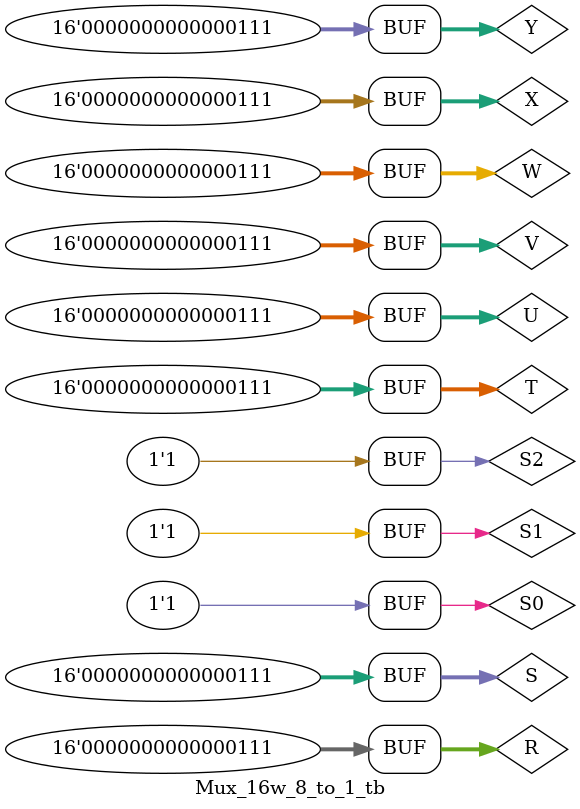
<source format=sv>
module Mux_16w_8_to_1(R, S, T, U, V, W, X, Y, M, S0, S1, S2);
	input S0, S1, S2;							// select bits
	input [15:0] R, S, T, U, V, W, X, Y;		// 16 bit inputs
	output [15:0] M;							// 16 bit output
	
	//instantiating three 8 to 1 muxes to create a 3 bit wide 8 to 1 mux
	Mux_8_to_1 U1(R[0], S[0], T[0],U[0], V[0], W[0], X[0], Y[0], M[0], S0, S1, S2);
	Mux_8_to_1 U2(R[1], S[1], T[1],U[1], V[1], W[1], X[1], Y[1], M[1], S0, S1, S2);
	Mux_8_to_1 U3(R[2], S[2], T[2],U[2], V[2], W[2], X[2], Y[2], M[2], S0, S1, S2);
    Mux_8_to_1 U4(R[3], S[3], T[3],U[3], V[3], W[3], X[3], Y[3], M[3], S0, S1, S2);
    Mux_8_to_1 U5(R[4], S[4], T[4],U[4], V[4], W[4], X[4], Y[4], M[4], S0, S1, S2);
    Mux_8_to_1 U6(R[5], S[5], T[5],U[5], V[5], W[5], X[5], Y[5], M[5], S0, S1, S2);
    Mux_8_to_1 U7(R[6], S[6], T[6],U[6], V[6], W[6], X[6], Y[6], M[6], S0, S1, S2);
    Mux_8_to_1 U8(R[7], S[7], T[7],U[7], V[7], W[7], X[7], Y[7], M[7], S0, S1, S2);
    Mux_8_to_1 U9(R[8], S[8], T[8],U[8], V[8], W[8], X[8], Y[8], M[8], S0, S1, S2);
    Mux_8_to_1 U10(R[9], S[9], T[9],U[9], V[9], W[9], X[9], Y[9], M[9], S0, S1, S2);
    Mux_8_to_1 U11(R[10], S[10], T[10],U[10], V[10], W[10], X[10], Y[10], M[10], S0, S1, S2);
    Mux_8_to_1 U12(R[11], S[11], T[11],U[11], V[11], W[11], X[11], Y[11], M[11], S0, S1, S2);
    Mux_8_to_1 U13(R[12], S[12], T[12],U[12], V[12], W[12], X[12], Y[12], M[12], S0, S1, S2);
    Mux_8_to_1 U14(R[13], S[13], T[13],U[13], V[13], W[13], X[13], Y[13], M[13], S0, S1, S2);
    Mux_8_to_1 U15(R[14], S[14], T[14],U[14], V[14], W[14], X[14], Y[14], M[14], S0, S1, S2);
    Mux_8_to_1 U16(R[15], S[15], T[15],U[15], V[15], W[15], X[15], Y[15], M[15], S0, S1, S2);

	
endmodule

    
module Mux_16w_8_to_1_tb; //testbench to check te 8 to 1 3 wide mux
		 logic [15:0] R, S, T, U, V, W, X, Y, M;
		 logic S0, S1, S2;
		 
		 Mux_16w_8_to_1 U4(R, S, T, U, V, W, X, Y, M, S0, S1, S2); //instantiating the mux
		 

		 initial begin
			R = 16'b010; S = 16'b100; T = 16'b101; U = 16'b011; V = 16'b111; W = 16'b000; X = 16'b001; Y = 16'b110; S2 = 0; S1 = 0; S0 = 0; #10; //test to see if correct output is
																																			S2 = 0; S1 = 0; S0 = 1; #10; //selected when select bits are switched
																																			S2 = 0; S1 = 1; S0 = 0; #10;
																																			S2 = 0; S1 = 1; S0 = 1; #10;
																																			S2 = 1; S1 = 0; S0 = 0; #10;
																																			S2 = 1; S1 = 0; S0 = 1; #10;
																																			S2 = 1; S1 = 1; S0 = 0; #10;
																																			S2 = 1; S1 = 1; S0 = 1; #10;
																							
			R = 16'd0; S = 16'd0; T = 16'd0; U = 16'd0; V = 16'd0; W = 16'd0; X = 16'd0; Y = 16'd0; S2 = 0; S1 = 0; S0 = 0; #10; //edge case with all inputs being 0
																																			S2 = 0; S1 = 0; S0 = 1; #10;
																																			S2 = 0; S1 = 1; S0 = 0; #10;
																																			S2 = 0; S1 = 1; S0 = 1; #10;
																																			S2 = 1; S1 = 0; S0 = 0; #10;
																																			S2 = 1; S1 = 0; S0 = 1; #10;
																																			S2 = 1; S1 = 1; S0 = 0; #10;
																																			S2 = 1; S1 = 1; S0 = 1; #10;
																																			
			R = 16'd7; S = 16'd7; T = 16'd7; U = 16'd7; V = 16'd7; W = 16'd7; X = 16'd7; Y = 16'd7; S2 = 0; S1 = 0; S0 = 0; #10; //edge case with all inputs being 1
																																			S2 = 0; S1 = 0; S0 = 1; #10;
																																			S2 = 0; S1 = 1; S0 = 0; #10;
																																			S2 = 0; S1 = 1; S0 = 1; #10;
																																			S2 = 1; S1 = 0; S0 = 0; #10;
																																			S2 = 1; S1 = 0; S0 = 1; #10;
																																			S2 = 1; S1 = 1; S0 = 0; #10;
																																			S2 = 1; S1 = 1; S0 = 1; #10;

			
		end
			
endmodule

</source>
